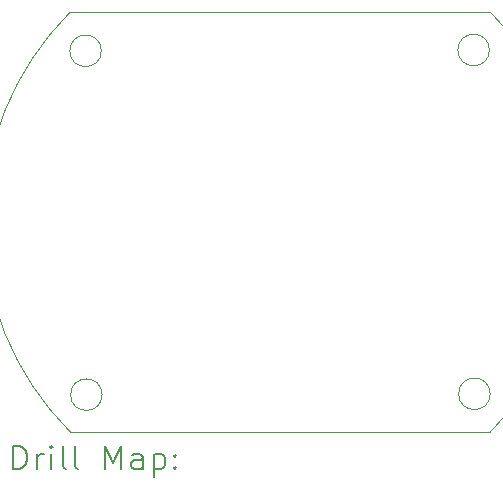
<source format=gbr>
%TF.GenerationSoftware,KiCad,Pcbnew,(6.0.10)*%
%TF.CreationDate,2023-02-02T13:59:29+08:00*%
%TF.ProjectId,AlarmTag,416c6172-6d54-4616-972e-6b696361645f,rev?*%
%TF.SameCoordinates,Original*%
%TF.FileFunction,Drillmap*%
%TF.FilePolarity,Positive*%
%FSLAX45Y45*%
G04 Gerber Fmt 4.5, Leading zero omitted, Abs format (unit mm)*
G04 Created by KiCad (PCBNEW (6.0.10)) date 2023-02-02 13:59:29*
%MOMM*%
%LPD*%
G01*
G04 APERTURE LIST*
%ADD10C,0.100000*%
%ADD11C,0.200000*%
G04 APERTURE END LIST*
D10*
X10697726Y-13273477D02*
G75*
G03*
X10697726Y-13273477I-133436J0D01*
G01*
X13984377Y-13589393D02*
G75*
G03*
X13984377Y-10033393I-1778000J1778000D01*
G01*
X10428377Y-10033393D02*
G75*
G03*
X10428377Y-13589393I1778000J-1778000D01*
G01*
X13983455Y-13266392D02*
G75*
G03*
X13983455Y-13266392I-133436J0D01*
G01*
X10428377Y-13589393D02*
X13984377Y-13589393D01*
X10690965Y-10362091D02*
G75*
G03*
X10690965Y-10362091I-133436J0D01*
G01*
X10428377Y-10033393D02*
X13984377Y-10033393D01*
X13976694Y-10355006D02*
G75*
G03*
X13976694Y-10355006I-133436J0D01*
G01*
D11*
X9944524Y-13904869D02*
X9944524Y-13704869D01*
X9992143Y-13704869D01*
X10020715Y-13714393D01*
X10039762Y-13733440D01*
X10049286Y-13752488D01*
X10058810Y-13790583D01*
X10058810Y-13819155D01*
X10049286Y-13857250D01*
X10039762Y-13876297D01*
X10020715Y-13895345D01*
X9992143Y-13904869D01*
X9944524Y-13904869D01*
X10144524Y-13904869D02*
X10144524Y-13771535D01*
X10144524Y-13809631D02*
X10154048Y-13790583D01*
X10163572Y-13781059D01*
X10182620Y-13771535D01*
X10201667Y-13771535D01*
X10268334Y-13904869D02*
X10268334Y-13771535D01*
X10268334Y-13704869D02*
X10258810Y-13714393D01*
X10268334Y-13723916D01*
X10277858Y-13714393D01*
X10268334Y-13704869D01*
X10268334Y-13723916D01*
X10392143Y-13904869D02*
X10373096Y-13895345D01*
X10363572Y-13876297D01*
X10363572Y-13704869D01*
X10496905Y-13904869D02*
X10477858Y-13895345D01*
X10468334Y-13876297D01*
X10468334Y-13704869D01*
X10725477Y-13904869D02*
X10725477Y-13704869D01*
X10792143Y-13847726D01*
X10858810Y-13704869D01*
X10858810Y-13904869D01*
X11039762Y-13904869D02*
X11039762Y-13800107D01*
X11030239Y-13781059D01*
X11011191Y-13771535D01*
X10973096Y-13771535D01*
X10954048Y-13781059D01*
X11039762Y-13895345D02*
X11020715Y-13904869D01*
X10973096Y-13904869D01*
X10954048Y-13895345D01*
X10944524Y-13876297D01*
X10944524Y-13857250D01*
X10954048Y-13838202D01*
X10973096Y-13828678D01*
X11020715Y-13828678D01*
X11039762Y-13819155D01*
X11135001Y-13771535D02*
X11135001Y-13971535D01*
X11135001Y-13781059D02*
X11154048Y-13771535D01*
X11192143Y-13771535D01*
X11211191Y-13781059D01*
X11220715Y-13790583D01*
X11230239Y-13809631D01*
X11230239Y-13866774D01*
X11220715Y-13885821D01*
X11211191Y-13895345D01*
X11192143Y-13904869D01*
X11154048Y-13904869D01*
X11135001Y-13895345D01*
X11315953Y-13885821D02*
X11325477Y-13895345D01*
X11315953Y-13904869D01*
X11306429Y-13895345D01*
X11315953Y-13885821D01*
X11315953Y-13904869D01*
X11315953Y-13781059D02*
X11325477Y-13790583D01*
X11315953Y-13800107D01*
X11306429Y-13790583D01*
X11315953Y-13781059D01*
X11315953Y-13800107D01*
M02*

</source>
